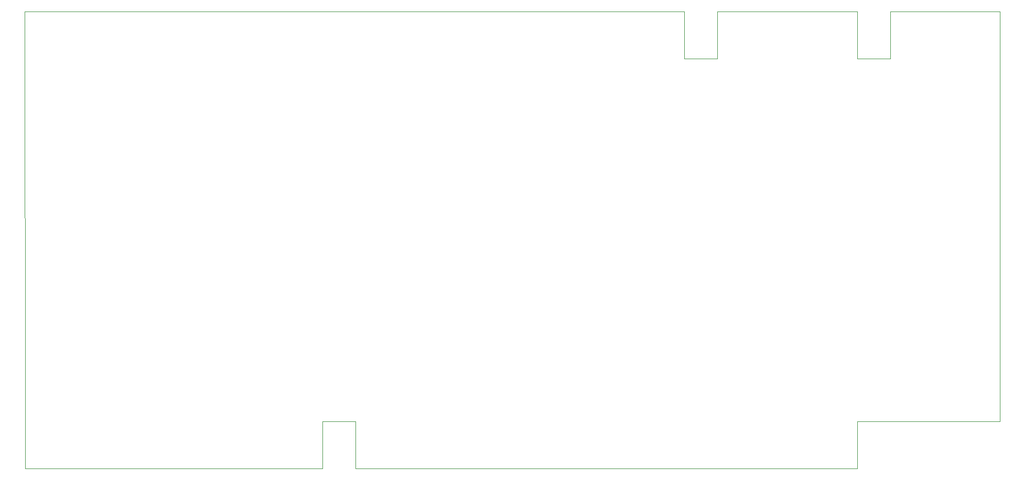
<source format=gbr>
G04 #@! TF.GenerationSoftware,KiCad,Pcbnew,(5.1.8)-1*
G04 #@! TF.CreationDate,2025-04-29T02:13:44-06:00*
G04 #@! TF.ProjectId,8086,38303836-2e6b-4696-9361-645f70636258,rev?*
G04 #@! TF.SameCoordinates,Original*
G04 #@! TF.FileFunction,Profile,NP*
%FSLAX46Y46*%
G04 Gerber Fmt 4.6, Leading zero omitted, Abs format (unit mm)*
G04 Created by KiCad (PCBNEW (5.1.8)-1) date 2025-04-29 02:13:44*
%MOMM*%
%LPD*%
G01*
G04 APERTURE LIST*
G04 #@! TA.AperFunction,Profile*
%ADD10C,0.050000*%
G04 #@! TD*
G04 APERTURE END LIST*
D10*
X224909380Y-131038600D02*
X224909380Y-138658600D01*
X224909380Y-138658600D02*
X143883380Y-138658600D01*
X138549380Y-131038600D02*
X143883380Y-131038600D01*
X90543380Y-138658600D02*
X138549380Y-138658600D01*
X138549380Y-138658600D02*
X138549380Y-131038600D01*
X143883380Y-131038600D02*
X143883380Y-138658600D01*
X247896380Y-64744600D02*
X247896380Y-131038600D01*
X230243380Y-64744600D02*
X247896380Y-64744600D01*
X230243380Y-72364600D02*
X230243380Y-64744600D01*
X202303380Y-72364600D02*
X196969380Y-72364600D01*
X230243380Y-72364600D02*
X224909380Y-72364600D01*
X196969380Y-64744600D02*
X196969380Y-72364600D01*
X202303380Y-64744600D02*
X202303380Y-72364600D01*
X224909380Y-64744600D02*
X224909380Y-72364600D01*
X247896380Y-131038600D02*
X224909380Y-131038600D01*
X224909380Y-64744600D02*
X202303380Y-64744600D01*
X90416380Y-64744600D02*
X90543380Y-131038600D01*
X196969380Y-64744600D02*
X90416380Y-64744600D01*
X90543380Y-138658600D02*
X90543380Y-131038600D01*
M02*

</source>
